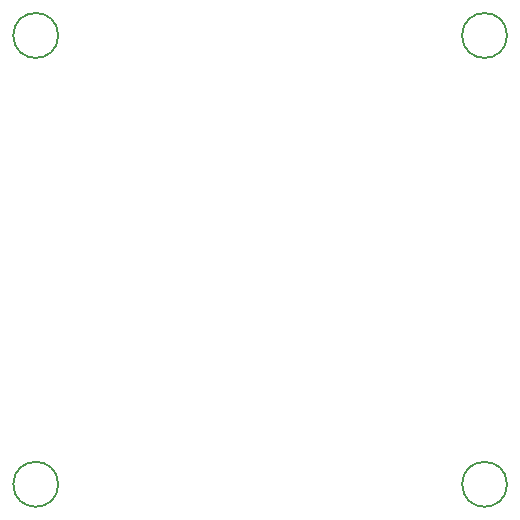
<source format=gbr>
%TF.GenerationSoftware,KiCad,Pcbnew,7.0.2*%
%TF.CreationDate,2023-10-20T09:41:17-06:00*%
%TF.ProjectId,LED_Probe_PCB,4c45445f-5072-46f6-9265-5f5043422e6b,rev?*%
%TF.SameCoordinates,Original*%
%TF.FileFunction,Other,Comment*%
%FSLAX46Y46*%
G04 Gerber Fmt 4.6, Leading zero omitted, Abs format (unit mm)*
G04 Created by KiCad (PCBNEW 7.0.2) date 2023-10-20 09:41:17*
%MOMM*%
%LPD*%
G01*
G04 APERTURE LIST*
%ADD10C,0.150000*%
G04 APERTURE END LIST*
D10*
%TO.C,H2*%
X20900000Y19000000D02*
G75*
G03*
X20900000Y19000000I-1900000J0D01*
G01*
%TO.C,H4*%
X20900000Y-19000000D02*
G75*
G03*
X20900000Y-19000000I-1900000J0D01*
G01*
%TO.C,H3*%
X-17100000Y-19000000D02*
G75*
G03*
X-17100000Y-19000000I-1900000J0D01*
G01*
%TO.C,H1*%
X-17100000Y19000000D02*
G75*
G03*
X-17100000Y19000000I-1900000J0D01*
G01*
%TD*%
M02*

</source>
